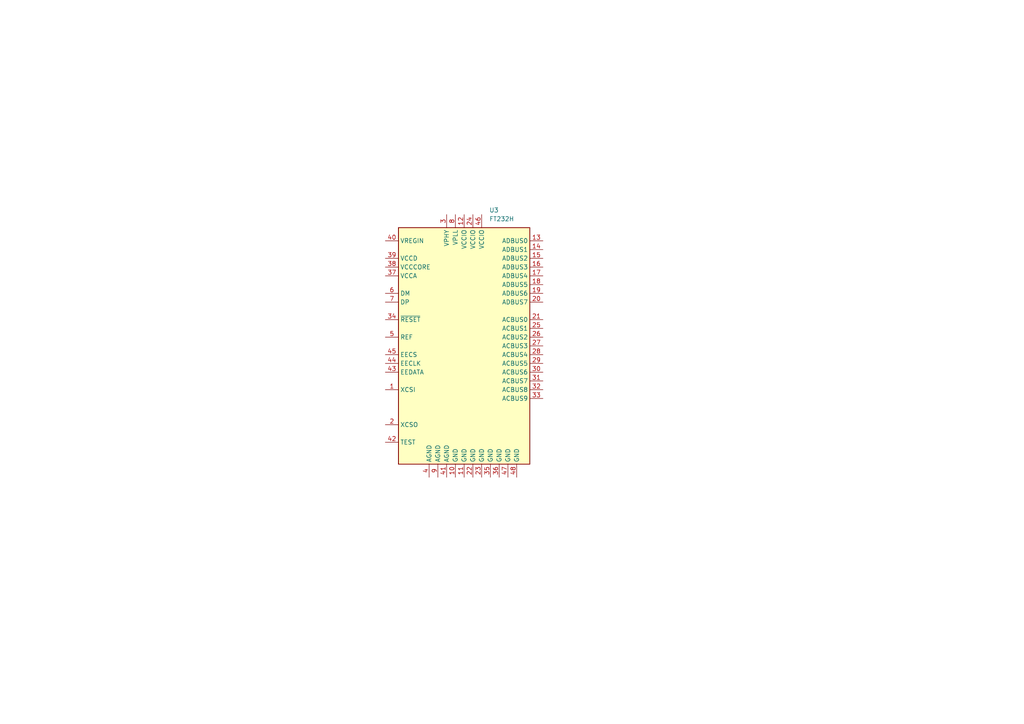
<source format=kicad_sch>
(kicad_sch
	(version 20231120)
	(generator "eeschema")
	(generator_version "8.0")
	(uuid "b28effc9-3633-4c65-8e81-c2ec2bd96338")
	(paper "A4")
	(lib_symbols
		(symbol "Interface_USB:FT232H"
			(exclude_from_sim no)
			(in_bom yes)
			(on_board yes)
			(property "Reference" "U"
				(at -19.05 35.56 0)
				(effects
					(font
						(size 1.27 1.27)
					)
					(justify left)
				)
			)
			(property "Value" "FT232H"
				(at 12.7 35.56 0)
				(effects
					(font
						(size 1.27 1.27)
					)
					(justify left)
				)
			)
			(property "Footprint" ""
				(at 0 0 0)
				(effects
					(font
						(size 1.27 1.27)
					)
					(hide yes)
				)
			)
			(property "Datasheet" "https://www.ftdichip.com/Support/Documents/DataSheets/ICs/DS_FT232H.pdf"
				(at 0 0 0)
				(effects
					(font
						(size 1.27 1.27)
					)
					(hide yes)
				)
			)
			(property "Description" "Hi Speed Single Channel USB UART/FIFO, LQFP/QFN-48"
				(at 0 0 0)
				(effects
					(font
						(size 1.27 1.27)
					)
					(hide yes)
				)
			)
			(property "ki_keywords" "FTDI USB Single UART FIFO"
				(at 0 0 0)
				(effects
					(font
						(size 1.27 1.27)
					)
					(hide yes)
				)
			)
			(property "ki_fp_filters" "QFN*1EP*8x8mm*P0.5mm* LQFP*7x7mm*P0.5mm*"
				(at 0 0 0)
				(effects
					(font
						(size 1.27 1.27)
					)
					(hide yes)
				)
			)
			(symbol "FT232H_0_1"
				(rectangle
					(start -19.05 34.29)
					(end 19.05 -34.29)
					(stroke
						(width 0.254)
						(type default)
					)
					(fill
						(type background)
					)
				)
			)
			(symbol "FT232H_1_1"
				(pin input line
					(at -22.86 -12.7 0)
					(length 3.81)
					(name "XCSI"
						(effects
							(font
								(size 1.27 1.27)
							)
						)
					)
					(number "1"
						(effects
							(font
								(size 1.27 1.27)
							)
						)
					)
				)
				(pin power_in line
					(at -2.54 -38.1 90)
					(length 3.81)
					(name "GND"
						(effects
							(font
								(size 1.27 1.27)
							)
						)
					)
					(number "10"
						(effects
							(font
								(size 1.27 1.27)
							)
						)
					)
				)
				(pin power_in line
					(at 0 -38.1 90)
					(length 3.81)
					(name "GND"
						(effects
							(font
								(size 1.27 1.27)
							)
						)
					)
					(number "11"
						(effects
							(font
								(size 1.27 1.27)
							)
						)
					)
				)
				(pin power_in line
					(at 0 38.1 270)
					(length 3.81)
					(name "VCCIO"
						(effects
							(font
								(size 1.27 1.27)
							)
						)
					)
					(number "12"
						(effects
							(font
								(size 1.27 1.27)
							)
						)
					)
				)
				(pin bidirectional line
					(at 22.86 30.48 180)
					(length 3.81)
					(name "ADBUS0"
						(effects
							(font
								(size 1.27 1.27)
							)
						)
					)
					(number "13"
						(effects
							(font
								(size 1.27 1.27)
							)
						)
					)
				)
				(pin bidirectional line
					(at 22.86 27.94 180)
					(length 3.81)
					(name "ADBUS1"
						(effects
							(font
								(size 1.27 1.27)
							)
						)
					)
					(number "14"
						(effects
							(font
								(size 1.27 1.27)
							)
						)
					)
				)
				(pin bidirectional line
					(at 22.86 25.4 180)
					(length 3.81)
					(name "ADBUS2"
						(effects
							(font
								(size 1.27 1.27)
							)
						)
					)
					(number "15"
						(effects
							(font
								(size 1.27 1.27)
							)
						)
					)
				)
				(pin bidirectional line
					(at 22.86 22.86 180)
					(length 3.81)
					(name "ADBUS3"
						(effects
							(font
								(size 1.27 1.27)
							)
						)
					)
					(number "16"
						(effects
							(font
								(size 1.27 1.27)
							)
						)
					)
				)
				(pin bidirectional line
					(at 22.86 20.32 180)
					(length 3.81)
					(name "ADBUS4"
						(effects
							(font
								(size 1.27 1.27)
							)
						)
					)
					(number "17"
						(effects
							(font
								(size 1.27 1.27)
							)
						)
					)
				)
				(pin bidirectional line
					(at 22.86 17.78 180)
					(length 3.81)
					(name "ADBUS5"
						(effects
							(font
								(size 1.27 1.27)
							)
						)
					)
					(number "18"
						(effects
							(font
								(size 1.27 1.27)
							)
						)
					)
				)
				(pin bidirectional line
					(at 22.86 15.24 180)
					(length 3.81)
					(name "ADBUS6"
						(effects
							(font
								(size 1.27 1.27)
							)
						)
					)
					(number "19"
						(effects
							(font
								(size 1.27 1.27)
							)
						)
					)
				)
				(pin output line
					(at -22.86 -22.86 0)
					(length 3.81)
					(name "XCSO"
						(effects
							(font
								(size 1.27 1.27)
							)
						)
					)
					(number "2"
						(effects
							(font
								(size 1.27 1.27)
							)
						)
					)
				)
				(pin bidirectional line
					(at 22.86 12.7 180)
					(length 3.81)
					(name "ADBUS7"
						(effects
							(font
								(size 1.27 1.27)
							)
						)
					)
					(number "20"
						(effects
							(font
								(size 1.27 1.27)
							)
						)
					)
				)
				(pin bidirectional line
					(at 22.86 7.62 180)
					(length 3.81)
					(name "ACBUS0"
						(effects
							(font
								(size 1.27 1.27)
							)
						)
					)
					(number "21"
						(effects
							(font
								(size 1.27 1.27)
							)
						)
					)
				)
				(pin power_in line
					(at 2.54 -38.1 90)
					(length 3.81)
					(name "GND"
						(effects
							(font
								(size 1.27 1.27)
							)
						)
					)
					(number "22"
						(effects
							(font
								(size 1.27 1.27)
							)
						)
					)
				)
				(pin power_in line
					(at 5.08 -38.1 90)
					(length 3.81)
					(name "GND"
						(effects
							(font
								(size 1.27 1.27)
							)
						)
					)
					(number "23"
						(effects
							(font
								(size 1.27 1.27)
							)
						)
					)
				)
				(pin power_in line
					(at 2.54 38.1 270)
					(length 3.81)
					(name "VCCIO"
						(effects
							(font
								(size 1.27 1.27)
							)
						)
					)
					(number "24"
						(effects
							(font
								(size 1.27 1.27)
							)
						)
					)
				)
				(pin bidirectional line
					(at 22.86 5.08 180)
					(length 3.81)
					(name "ACBUS1"
						(effects
							(font
								(size 1.27 1.27)
							)
						)
					)
					(number "25"
						(effects
							(font
								(size 1.27 1.27)
							)
						)
					)
				)
				(pin bidirectional line
					(at 22.86 2.54 180)
					(length 3.81)
					(name "ACBUS2"
						(effects
							(font
								(size 1.27 1.27)
							)
						)
					)
					(number "26"
						(effects
							(font
								(size 1.27 1.27)
							)
						)
					)
				)
				(pin bidirectional line
					(at 22.86 0 180)
					(length 3.81)
					(name "ACBUS3"
						(effects
							(font
								(size 1.27 1.27)
							)
						)
					)
					(number "27"
						(effects
							(font
								(size 1.27 1.27)
							)
						)
					)
				)
				(pin bidirectional line
					(at 22.86 -2.54 180)
					(length 3.81)
					(name "ACBUS4"
						(effects
							(font
								(size 1.27 1.27)
							)
						)
					)
					(number "28"
						(effects
							(font
								(size 1.27 1.27)
							)
						)
					)
				)
				(pin bidirectional line
					(at 22.86 -5.08 180)
					(length 3.81)
					(name "ACBUS5"
						(effects
							(font
								(size 1.27 1.27)
							)
						)
					)
					(number "29"
						(effects
							(font
								(size 1.27 1.27)
							)
						)
					)
				)
				(pin power_in line
					(at -5.08 38.1 270)
					(length 3.81)
					(name "VPHY"
						(effects
							(font
								(size 1.27 1.27)
							)
						)
					)
					(number "3"
						(effects
							(font
								(size 1.27 1.27)
							)
						)
					)
				)
				(pin bidirectional line
					(at 22.86 -7.62 180)
					(length 3.81)
					(name "ACBUS6"
						(effects
							(font
								(size 1.27 1.27)
							)
						)
					)
					(number "30"
						(effects
							(font
								(size 1.27 1.27)
							)
						)
					)
				)
				(pin bidirectional line
					(at 22.86 -10.16 180)
					(length 3.81)
					(name "ACBUS7"
						(effects
							(font
								(size 1.27 1.27)
							)
						)
					)
					(number "31"
						(effects
							(font
								(size 1.27 1.27)
							)
						)
					)
				)
				(pin bidirectional line
					(at 22.86 -12.7 180)
					(length 3.81)
					(name "ACBUS8"
						(effects
							(font
								(size 1.27 1.27)
							)
						)
					)
					(number "32"
						(effects
							(font
								(size 1.27 1.27)
							)
						)
					)
				)
				(pin bidirectional line
					(at 22.86 -15.24 180)
					(length 3.81)
					(name "ACBUS9"
						(effects
							(font
								(size 1.27 1.27)
							)
						)
					)
					(number "33"
						(effects
							(font
								(size 1.27 1.27)
							)
						)
					)
				)
				(pin input line
					(at -22.86 7.62 0)
					(length 3.81)
					(name "~{RESET}"
						(effects
							(font
								(size 1.27 1.27)
							)
						)
					)
					(number "34"
						(effects
							(font
								(size 1.27 1.27)
							)
						)
					)
				)
				(pin power_in line
					(at 7.62 -38.1 90)
					(length 3.81)
					(name "GND"
						(effects
							(font
								(size 1.27 1.27)
							)
						)
					)
					(number "35"
						(effects
							(font
								(size 1.27 1.27)
							)
						)
					)
				)
				(pin power_in line
					(at 10.16 -38.1 90)
					(length 3.81)
					(name "GND"
						(effects
							(font
								(size 1.27 1.27)
							)
						)
					)
					(number "36"
						(effects
							(font
								(size 1.27 1.27)
							)
						)
					)
				)
				(pin power_out line
					(at -22.86 20.32 0)
					(length 3.81)
					(name "VCCA"
						(effects
							(font
								(size 1.27 1.27)
							)
						)
					)
					(number "37"
						(effects
							(font
								(size 1.27 1.27)
							)
						)
					)
				)
				(pin power_out line
					(at -22.86 22.86 0)
					(length 3.81)
					(name "VCCCORE"
						(effects
							(font
								(size 1.27 1.27)
							)
						)
					)
					(number "38"
						(effects
							(font
								(size 1.27 1.27)
							)
						)
					)
				)
				(pin power_in line
					(at -22.86 25.4 0)
					(length 3.81)
					(name "VCCD"
						(effects
							(font
								(size 1.27 1.27)
							)
						)
					)
					(number "39"
						(effects
							(font
								(size 1.27 1.27)
							)
						)
					)
				)
				(pin power_in line
					(at -10.16 -38.1 90)
					(length 3.81)
					(name "AGND"
						(effects
							(font
								(size 1.27 1.27)
							)
						)
					)
					(number "4"
						(effects
							(font
								(size 1.27 1.27)
							)
						)
					)
				)
				(pin power_in line
					(at -22.86 30.48 0)
					(length 3.81)
					(name "VREGIN"
						(effects
							(font
								(size 1.27 1.27)
							)
						)
					)
					(number "40"
						(effects
							(font
								(size 1.27 1.27)
							)
						)
					)
				)
				(pin power_in line
					(at -5.08 -38.1 90)
					(length 3.81)
					(name "AGND"
						(effects
							(font
								(size 1.27 1.27)
							)
						)
					)
					(number "41"
						(effects
							(font
								(size 1.27 1.27)
							)
						)
					)
				)
				(pin input line
					(at -22.86 -27.94 0)
					(length 3.81)
					(name "TEST"
						(effects
							(font
								(size 1.27 1.27)
							)
						)
					)
					(number "42"
						(effects
							(font
								(size 1.27 1.27)
							)
						)
					)
				)
				(pin bidirectional line
					(at -22.86 -7.62 0)
					(length 3.81)
					(name "EEDATA"
						(effects
							(font
								(size 1.27 1.27)
							)
						)
					)
					(number "43"
						(effects
							(font
								(size 1.27 1.27)
							)
						)
					)
				)
				(pin input line
					(at -22.86 -5.08 0)
					(length 3.81)
					(name "EECLK"
						(effects
							(font
								(size 1.27 1.27)
							)
						)
					)
					(number "44"
						(effects
							(font
								(size 1.27 1.27)
							)
						)
					)
				)
				(pin input line
					(at -22.86 -2.54 0)
					(length 3.81)
					(name "EECS"
						(effects
							(font
								(size 1.27 1.27)
							)
						)
					)
					(number "45"
						(effects
							(font
								(size 1.27 1.27)
							)
						)
					)
				)
				(pin power_in line
					(at 5.08 38.1 270)
					(length 3.81)
					(name "VCCIO"
						(effects
							(font
								(size 1.27 1.27)
							)
						)
					)
					(number "46"
						(effects
							(font
								(size 1.27 1.27)
							)
						)
					)
				)
				(pin power_in line
					(at 12.7 -38.1 90)
					(length 3.81)
					(name "GND"
						(effects
							(font
								(size 1.27 1.27)
							)
						)
					)
					(number "47"
						(effects
							(font
								(size 1.27 1.27)
							)
						)
					)
				)
				(pin power_in line
					(at 15.24 -38.1 90)
					(length 3.81)
					(name "GND"
						(effects
							(font
								(size 1.27 1.27)
							)
						)
					)
					(number "48"
						(effects
							(font
								(size 1.27 1.27)
							)
						)
					)
				)
				(pin input line
					(at -22.86 2.54 0)
					(length 3.81)
					(name "REF"
						(effects
							(font
								(size 1.27 1.27)
							)
						)
					)
					(number "5"
						(effects
							(font
								(size 1.27 1.27)
							)
						)
					)
				)
				(pin bidirectional line
					(at -22.86 15.24 0)
					(length 3.81)
					(name "DM"
						(effects
							(font
								(size 1.27 1.27)
							)
						)
					)
					(number "6"
						(effects
							(font
								(size 1.27 1.27)
							)
						)
					)
				)
				(pin bidirectional line
					(at -22.86 12.7 0)
					(length 3.81)
					(name "DP"
						(effects
							(font
								(size 1.27 1.27)
							)
						)
					)
					(number "7"
						(effects
							(font
								(size 1.27 1.27)
							)
						)
					)
				)
				(pin power_in line
					(at -2.54 38.1 270)
					(length 3.81)
					(name "VPLL"
						(effects
							(font
								(size 1.27 1.27)
							)
						)
					)
					(number "8"
						(effects
							(font
								(size 1.27 1.27)
							)
						)
					)
				)
				(pin power_in line
					(at -7.62 -38.1 90)
					(length 3.81)
					(name "AGND"
						(effects
							(font
								(size 1.27 1.27)
							)
						)
					)
					(number "9"
						(effects
							(font
								(size 1.27 1.27)
							)
						)
					)
				)
			)
		)
	)
	(symbol
		(lib_id "Interface_USB:FT232H")
		(at 134.62 100.33 0)
		(unit 1)
		(exclude_from_sim no)
		(in_bom yes)
		(on_board yes)
		(dnp no)
		(fields_autoplaced yes)
		(uuid "e3e82b13-d7d6-49ee-853b-d2e6b86e7c20")
		(property "Reference" "U3"
			(at 141.8941 60.96 0)
			(effects
				(font
					(size 1.27 1.27)
				)
				(justify left)
			)
		)
		(property "Value" "FT232H"
			(at 141.8941 63.5 0)
			(effects
				(font
					(size 1.27 1.27)
				)
				(justify left)
			)
		)
		(property "Footprint" ""
			(at 134.62 100.33 0)
			(effects
				(font
					(size 1.27 1.27)
				)
				(hide yes)
			)
		)
		(property "Datasheet" "https://www.ftdichip.com/Support/Documents/DataSheets/ICs/DS_FT232H.pdf"
			(at 134.62 100.33 0)
			(effects
				(font
					(size 1.27 1.27)
				)
				(hide yes)
			)
		)
		(property "Description" "Hi Speed Single Channel USB UART/FIFO, LQFP/QFN-48"
			(at 134.62 100.33 0)
			(effects
				(font
					(size 1.27 1.27)
				)
				(hide yes)
			)
		)
		(pin "30"
			(uuid "c0af77a1-f92c-4973-9642-1362d98d5f45")
		)
		(pin "46"
			(uuid "1b8cfe42-6276-405f-abc6-89949b04e69e")
		)
		(pin "27"
			(uuid "1b73efb7-569b-40c2-a9fd-d0627ec3c4ff")
		)
		(pin "21"
			(uuid "4b637197-f42d-468d-bc6f-24b063ca0ad4")
		)
		(pin "12"
			(uuid "70b63d5c-37d3-4f4c-acf0-8eef530d9f2f")
		)
		(pin "33"
			(uuid "43139d12-3658-422d-8f9c-ea9d49ee9044")
		)
		(pin "32"
			(uuid "5fe3ebc1-c848-447d-80f9-141fa9d52b34")
		)
		(pin "13"
			(uuid "7d00c313-bfdd-4db0-a814-0d534b7898ad")
		)
		(pin "39"
			(uuid "def3ac38-9d6d-41cd-8092-64c034aba6fd")
		)
		(pin "26"
			(uuid "a16fab7c-75c9-47e8-af9f-64dc7c6b6a30")
		)
		(pin "5"
			(uuid "f370fa18-114b-43c4-8b76-90cc6b92c3de")
		)
		(pin "19"
			(uuid "2e390a8f-f131-4279-bfda-495dd37c18f2")
		)
		(pin "2"
			(uuid "7303126a-e142-403a-9b2e-bcab16e1a7fa")
		)
		(pin "7"
			(uuid "bb124500-ba7d-4a38-a2db-be6b86d1341e")
		)
		(pin "48"
			(uuid "f5ab6470-1787-4dc4-ba23-9094500786c7")
		)
		(pin "44"
			(uuid "62bc87f8-6931-42a5-b6c3-3b018f4eabed")
		)
		(pin "6"
			(uuid "ef101eeb-0fcd-482d-a9d7-100de375f134")
		)
		(pin "3"
			(uuid "26e0e034-d822-497c-b520-1a6f436e1379")
		)
		(pin "1"
			(uuid "b61a2983-bde1-4ea0-a62b-96dc2409ff25")
		)
		(pin "34"
			(uuid "8d85b89e-1868-47e5-92b7-52e124341a00")
		)
		(pin "10"
			(uuid "a9c15105-fa4f-4eea-bb42-a2712b5cdeb4")
		)
		(pin "15"
			(uuid "6c1d2363-380b-4a71-8650-dd6bf5622540")
		)
		(pin "29"
			(uuid "b1466e63-c319-4e31-825a-44d290f3422b")
		)
		(pin "22"
			(uuid "3011e0ad-2d32-4a8c-a89c-108679d91bfa")
		)
		(pin "31"
			(uuid "695ef24b-d199-4a0a-89a9-ab652f46a763")
		)
		(pin "35"
			(uuid "5df5b77b-0dea-4ba4-a6b5-d58627cbe318")
		)
		(pin "24"
			(uuid "0ceff474-2750-4896-a295-ef66def0945e")
		)
		(pin "36"
			(uuid "e5539cf9-9f0b-40f7-a3ee-022fa77d9fad")
		)
		(pin "14"
			(uuid "6b0bea5d-2429-4056-94c2-8c86bfeba008")
		)
		(pin "42"
			(uuid "4c072ecb-90e9-4e84-a3c5-5d90c60124be")
		)
		(pin "45"
			(uuid "556f767d-ce4d-4b6e-bb60-c23228265c6b")
		)
		(pin "23"
			(uuid "fde67a4a-8966-4ef2-b6da-1644a914ab42")
		)
		(pin "25"
			(uuid "86594e39-468e-4eff-a307-4dc1cfdac662")
		)
		(pin "16"
			(uuid "20756ab8-d323-4fce-ba7c-43651e2c6fdb")
		)
		(pin "41"
			(uuid "baef5d94-158c-481f-9b5e-94a92cecc9f2")
		)
		(pin "20"
			(uuid "ffde88ca-aa6c-426e-aadc-d1fd2206c395")
		)
		(pin "17"
			(uuid "ca23152a-9840-407e-89de-5b5ad240398a")
		)
		(pin "38"
			(uuid "64e3dafc-98c8-4052-9da7-8d3b1eda52e4")
		)
		(pin "37"
			(uuid "29b1e8a6-a10a-4ffb-bce6-bc1c4570e9e3")
		)
		(pin "4"
			(uuid "7201214f-28de-43cd-9430-df74fc0f24d4")
		)
		(pin "43"
			(uuid "ff1851f5-512f-4908-98ac-6b5a28c51379")
		)
		(pin "11"
			(uuid "67f4b8d9-3b5c-4323-a786-9a9f607523e5")
		)
		(pin "18"
			(uuid "142e35df-efef-4da1-9887-236a6f1f1775")
		)
		(pin "28"
			(uuid "716675dc-9717-4352-92cd-8e4fcd0b3cd8")
		)
		(pin "40"
			(uuid "956ec9e0-ea8b-4daa-9461-97db12a4e9e2")
		)
		(pin "47"
			(uuid "d1d70efd-fddc-46c6-bff5-b1d5d278eac8")
		)
		(pin "8"
			(uuid "d46898fe-75c1-44d3-bef7-b04de6893463")
		)
		(pin "9"
			(uuid "8f355357-3b6f-4b4e-ae5d-aedaeb8ae101")
		)
		(instances
			(project ""
				(path "/1f1d514b-67fa-4200-8a91-3df4fa362116/40c28c1b-d30a-4a1e-85e0-499939fc0f40"
					(reference "U3")
					(unit 1)
				)
			)
		)
	)
)

</source>
